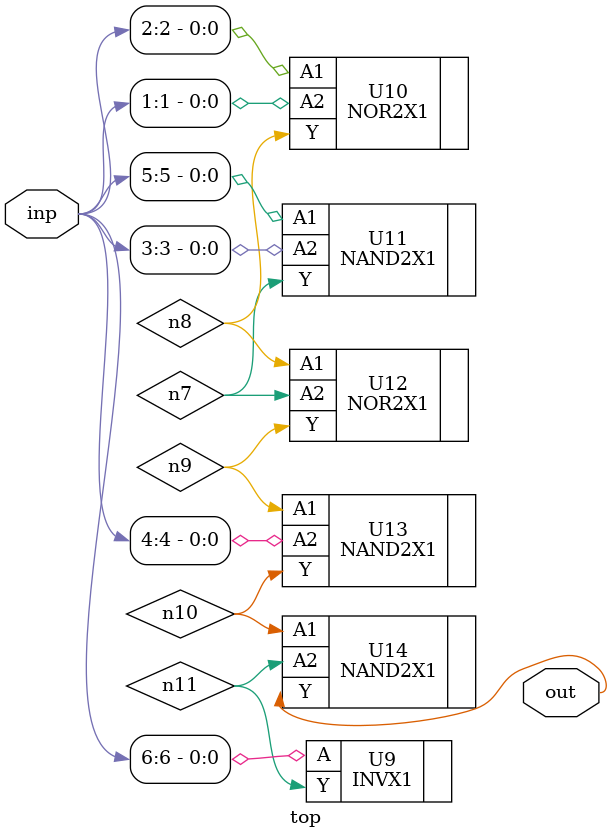
<source format=sv>


module top ( inp, out );
  input [6:0] inp;
  output out;
  wire   n7, n8, n9, n10, n11;

  INVX1 U9 ( .A(inp[6]), .Y(n11) );
  NOR2X1 U10 ( .A1(inp[2]), .A2(inp[1]), .Y(n8) );
  NAND2X1 U11 ( .A1(inp[5]), .A2(inp[3]), .Y(n7) );
  NOR2X1 U12 ( .A1(n8), .A2(n7), .Y(n9) );
  NAND2X1 U13 ( .A1(n9), .A2(inp[4]), .Y(n10) );
  NAND2X1 U14 ( .A1(n10), .A2(n11), .Y(out) );
endmodule


</source>
